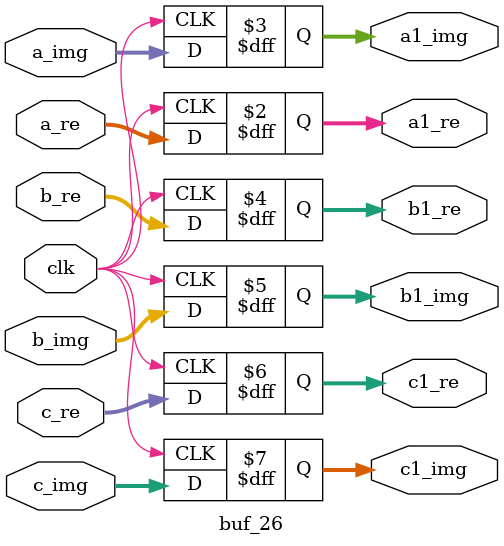
<source format=v>
`timescale 1ns / 1ps
module buf_26(
    input [31:0] a_re,
    input [31:0] a_img,
	 input [31:0] b_re,b_img,c_re,c_img,
    input clk,
    output reg [31:0] a1_re,
    output reg [31:0] a1_img,b1_re,b1_img,c1_re,c1_img
    );

always @(posedge clk) begin
a1_re<=a_re;
a1_img<=a_img;
b1_re<=b_re;
b1_img<=b_img;
c1_re<=c_re;
c1_img<=c_img;
end
endmodule

</source>
